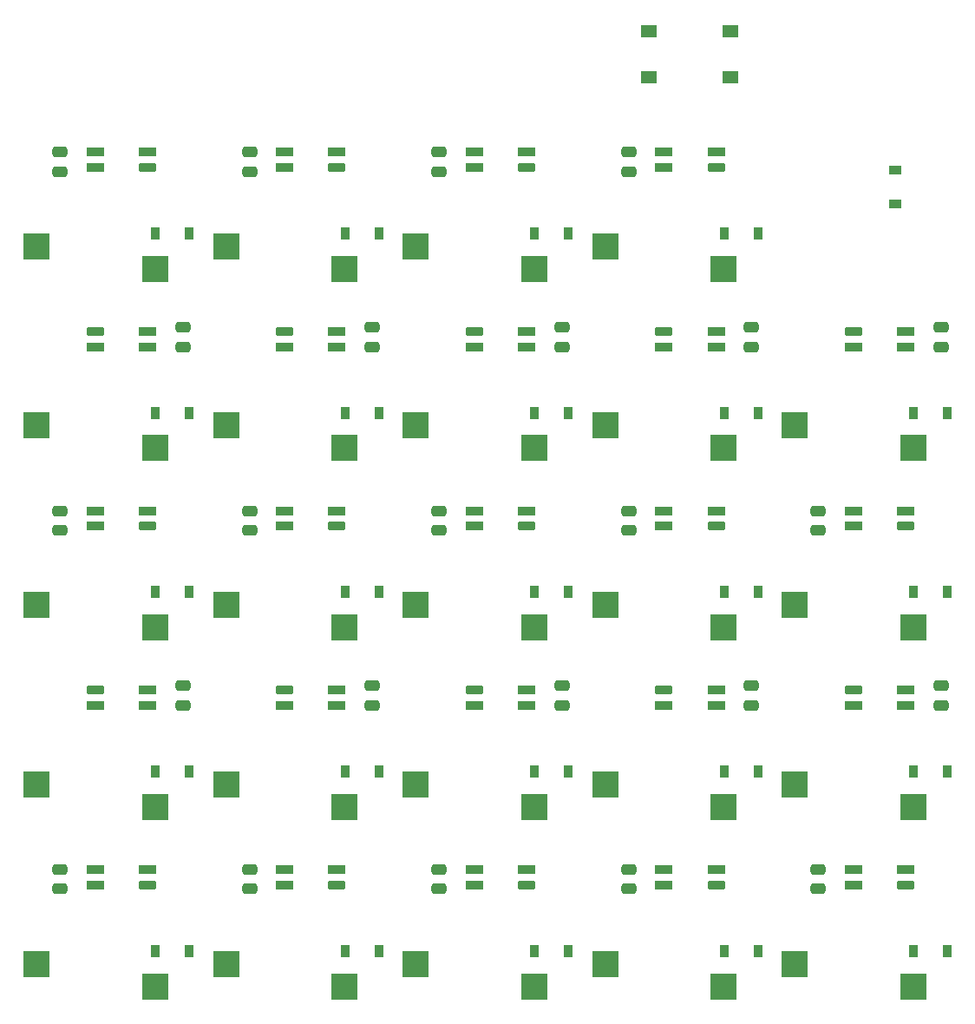
<source format=gbr>
%TF.GenerationSoftware,KiCad,Pcbnew,7.0.10*%
%TF.CreationDate,2024-03-08T11:43:42+01:00*%
%TF.ProjectId,eepypad,65657079-7061-4642-9e6b-696361645f70,1.0*%
%TF.SameCoordinates,Original*%
%TF.FileFunction,Paste,Bot*%
%TF.FilePolarity,Positive*%
%FSLAX46Y46*%
G04 Gerber Fmt 4.6, Leading zero omitted, Abs format (unit mm)*
G04 Created by KiCad (PCBNEW 7.0.10) date 2024-03-08 11:43:42*
%MOMM*%
%LPD*%
G01*
G04 APERTURE LIST*
G04 Aperture macros list*
%AMRoundRect*
0 Rectangle with rounded corners*
0 $1 Rounding radius*
0 $2 $3 $4 $5 $6 $7 $8 $9 X,Y pos of 4 corners*
0 Add a 4 corners polygon primitive as box body*
4,1,4,$2,$3,$4,$5,$6,$7,$8,$9,$2,$3,0*
0 Add four circle primitives for the rounded corners*
1,1,$1+$1,$2,$3*
1,1,$1+$1,$4,$5*
1,1,$1+$1,$6,$7*
1,1,$1+$1,$8,$9*
0 Add four rect primitives between the rounded corners*
20,1,$1+$1,$2,$3,$4,$5,0*
20,1,$1+$1,$4,$5,$6,$7,0*
20,1,$1+$1,$6,$7,$8,$9,0*
20,1,$1+$1,$8,$9,$2,$3,0*%
G04 Aperture macros list end*
%ADD10R,2.600000X2.600000*%
%ADD11R,1.700000X0.820000*%
%ADD12RoundRect,0.205000X-0.645000X-0.205000X0.645000X-0.205000X0.645000X0.205000X-0.645000X0.205000X0*%
%ADD13RoundRect,0.205000X0.645000X0.205000X-0.645000X0.205000X-0.645000X-0.205000X0.645000X-0.205000X0*%
%ADD14R,1.550000X1.300000*%
%ADD15RoundRect,0.250000X-0.475000X0.250000X-0.475000X-0.250000X0.475000X-0.250000X0.475000X0.250000X0*%
%ADD16RoundRect,0.250000X0.475000X-0.250000X0.475000X0.250000X-0.475000X0.250000X-0.475000X-0.250000X0*%
%ADD17R,0.900000X1.200000*%
%ADD18R,1.200000X0.900000*%
G04 APERTURE END LIST*
D10*
%TO.C,S16*%
X158775000Y-155950000D03*
X147225000Y-153750000D03*
%TD*%
D11*
%TO.C,LED9*%
X134450000Y-74550000D03*
X134450000Y-76050000D03*
D12*
X139550000Y-76050000D03*
D11*
X139550000Y-74550000D03*
%TD*%
D10*
%TO.C,S7*%
X121775000Y-138450000D03*
X110225000Y-136250000D03*
%TD*%
%TO.C,S5*%
X103275000Y-85950000D03*
X91725000Y-83750000D03*
%TD*%
D11*
%TO.C,LED18*%
X121050000Y-93550000D03*
X121050000Y-92050000D03*
D13*
X115950000Y-92050000D03*
D11*
X115950000Y-93550000D03*
%TD*%
%TO.C,LED12*%
X152950000Y-74550000D03*
X152950000Y-76050000D03*
D12*
X158050000Y-76050000D03*
D11*
X158050000Y-74550000D03*
%TD*%
%TO.C,LED16*%
X102550000Y-93550000D03*
X102550000Y-92050000D03*
D13*
X97450000Y-92050000D03*
D11*
X97450000Y-93550000D03*
%TD*%
%TO.C,LED5*%
X115950000Y-109550000D03*
X115950000Y-111050000D03*
D12*
X121050000Y-111050000D03*
D11*
X121050000Y-109550000D03*
%TD*%
%TO.C,LED4*%
X115950000Y-144550000D03*
X115950000Y-146050000D03*
D12*
X121050000Y-146050000D03*
D11*
X121050000Y-144550000D03*
%TD*%
%TO.C,LED2*%
X97450000Y-109550000D03*
X97450000Y-111050000D03*
D12*
X102550000Y-111050000D03*
D11*
X102550000Y-109550000D03*
%TD*%
D10*
%TO.C,S15*%
X140275000Y-85950000D03*
X128725000Y-83750000D03*
%TD*%
%TO.C,S1*%
X103275000Y-155950000D03*
X91725000Y-153750000D03*
%TD*%
D11*
%TO.C,LED17*%
X121050000Y-128550000D03*
X121050000Y-127050000D03*
D13*
X115950000Y-127050000D03*
D11*
X115950000Y-128550000D03*
%TD*%
%TO.C,LED23*%
X176550000Y-128550000D03*
X176550000Y-127050000D03*
D13*
X171450000Y-127050000D03*
D11*
X171450000Y-128550000D03*
%TD*%
D10*
%TO.C,S2*%
X103275000Y-138450000D03*
X91725000Y-136250000D03*
%TD*%
%TO.C,S9*%
X121775000Y-103450000D03*
X110225000Y-101250000D03*
%TD*%
%TO.C,S22*%
X177275000Y-138450000D03*
X165725000Y-136250000D03*
%TD*%
D11*
%TO.C,LED10*%
X152950000Y-144550000D03*
X152950000Y-146050000D03*
D12*
X158050000Y-146050000D03*
D11*
X158050000Y-144550000D03*
%TD*%
D10*
%TO.C,S21*%
X177275000Y-155950000D03*
X165725000Y-153750000D03*
%TD*%
%TO.C,S8*%
X121775000Y-120950000D03*
X110225000Y-118750000D03*
%TD*%
D11*
%TO.C,LED8*%
X134450000Y-109550000D03*
X134450000Y-111050000D03*
D12*
X139550000Y-111050000D03*
D11*
X139550000Y-109550000D03*
%TD*%
D10*
%TO.C,S24*%
X177275000Y-103450000D03*
X165725000Y-101250000D03*
%TD*%
D11*
%TO.C,LED1*%
X97450000Y-144550000D03*
X97450000Y-146050000D03*
D12*
X102550000Y-146050000D03*
D11*
X102550000Y-144550000D03*
%TD*%
%TO.C,LED3*%
X97450000Y-74550000D03*
X97450000Y-76050000D03*
D12*
X102550000Y-76050000D03*
D11*
X102550000Y-74550000D03*
%TD*%
D10*
%TO.C,S11*%
X140275000Y-155950000D03*
X128725000Y-153750000D03*
%TD*%
%TO.C,S13*%
X140275000Y-120950000D03*
X128725000Y-118750000D03*
%TD*%
D11*
%TO.C,LED15*%
X102550000Y-128550000D03*
X102550000Y-127050000D03*
D13*
X97450000Y-127050000D03*
D11*
X97450000Y-128550000D03*
%TD*%
D10*
%TO.C,S12*%
X140275000Y-138450000D03*
X128725000Y-136250000D03*
%TD*%
D11*
%TO.C,LED19*%
X139550000Y-128550000D03*
X139550000Y-127050000D03*
D13*
X134450000Y-127050000D03*
D11*
X134450000Y-128550000D03*
%TD*%
D10*
%TO.C,S10*%
X121775000Y-85950000D03*
X110225000Y-83750000D03*
%TD*%
D11*
%TO.C,LED24*%
X176550000Y-93550000D03*
X176550000Y-92050000D03*
D13*
X171450000Y-92050000D03*
D11*
X171450000Y-93550000D03*
%TD*%
%TO.C,LED22*%
X158050000Y-93550000D03*
X158050000Y-92050000D03*
D13*
X152950000Y-92050000D03*
D11*
X152950000Y-93550000D03*
%TD*%
%TO.C,LED11*%
X152950000Y-109550000D03*
X152950000Y-111050000D03*
D12*
X158050000Y-111050000D03*
D11*
X158050000Y-109550000D03*
%TD*%
D10*
%TO.C,S18*%
X158775000Y-120950000D03*
X147225000Y-118750000D03*
%TD*%
D14*
%TO.C,B1*%
X151525000Y-62750000D03*
X159475000Y-62750000D03*
X151525000Y-67250000D03*
X159475000Y-67250000D03*
%TD*%
D10*
%TO.C,S14*%
X140275000Y-103450000D03*
X128725000Y-101250000D03*
%TD*%
%TO.C,S19*%
X158775000Y-103450000D03*
X147225000Y-101250000D03*
%TD*%
D11*
%TO.C,LED7*%
X134450000Y-144550000D03*
X134450000Y-146050000D03*
D12*
X139550000Y-146050000D03*
D11*
X139550000Y-144550000D03*
%TD*%
%TO.C,LED20*%
X139550000Y-93550000D03*
X139550000Y-92050000D03*
D13*
X134450000Y-92050000D03*
D11*
X134450000Y-93550000D03*
%TD*%
%TO.C,LED14*%
X171450000Y-109550000D03*
X171450000Y-111050000D03*
D12*
X176550000Y-111050000D03*
D11*
X176550000Y-109550000D03*
%TD*%
%TO.C,LED13*%
X171450000Y-144550000D03*
X171450000Y-146050000D03*
D12*
X176550000Y-146050000D03*
D11*
X176550000Y-144550000D03*
%TD*%
D10*
%TO.C,S3*%
X103275000Y-120950000D03*
X91725000Y-118750000D03*
%TD*%
%TO.C,S23*%
X177275000Y-120950000D03*
X165725000Y-118750000D03*
%TD*%
D11*
%TO.C,LED6*%
X115950000Y-74550000D03*
X115950000Y-76050000D03*
D12*
X121050000Y-76050000D03*
D11*
X121050000Y-74550000D03*
%TD*%
D10*
%TO.C,S4*%
X103275000Y-103450000D03*
X91725000Y-101250000D03*
%TD*%
%TO.C,S6*%
X121775000Y-155950000D03*
X110225000Y-153750000D03*
%TD*%
%TO.C,S17*%
X158775000Y-138450000D03*
X147225000Y-136250000D03*
%TD*%
D11*
%TO.C,LED21*%
X158050000Y-128550000D03*
X158050000Y-127050000D03*
D13*
X152950000Y-127050000D03*
D11*
X152950000Y-128550000D03*
%TD*%
D10*
%TO.C,S20*%
X158775000Y-85950000D03*
X147225000Y-83750000D03*
%TD*%
D15*
%TO.C,C18*%
X124500000Y-91650000D03*
X124500000Y-93550000D03*
%TD*%
%TO.C,C22*%
X161500000Y-91650000D03*
X161500000Y-93550000D03*
%TD*%
D16*
%TO.C,C9*%
X131000000Y-76450000D03*
X131000000Y-74550000D03*
%TD*%
%TO.C,C10*%
X149500000Y-146450000D03*
X149500000Y-144550000D03*
%TD*%
D17*
%TO.C,D1*%
X106650000Y-152500000D03*
X103350000Y-152500000D03*
%TD*%
%TO.C,D20*%
X162150000Y-82500000D03*
X158850000Y-82500000D03*
%TD*%
D16*
%TO.C,C11*%
X149500000Y-111450000D03*
X149500000Y-109550000D03*
%TD*%
D15*
%TO.C,C15*%
X106000000Y-126650000D03*
X106000000Y-128550000D03*
%TD*%
D17*
%TO.C,D13*%
X143650000Y-117500000D03*
X140350000Y-117500000D03*
%TD*%
%TO.C,D6*%
X125150000Y-152500000D03*
X121850000Y-152500000D03*
%TD*%
%TO.C,D5*%
X106650000Y-82500000D03*
X103350000Y-82500000D03*
%TD*%
%TO.C,D15*%
X143650000Y-82500000D03*
X140350000Y-82500000D03*
%TD*%
%TO.C,D14*%
X143650000Y-100000000D03*
X140350000Y-100000000D03*
%TD*%
%TO.C,D23*%
X180650000Y-117500000D03*
X177350000Y-117500000D03*
%TD*%
D18*
%TO.C,D25*%
X175500000Y-79650000D03*
X175500000Y-76350000D03*
%TD*%
D16*
%TO.C,C13*%
X168000000Y-146450000D03*
X168000000Y-144550000D03*
%TD*%
D15*
%TO.C,C16*%
X106000000Y-91650000D03*
X106000000Y-93550000D03*
%TD*%
D16*
%TO.C,C1*%
X94000000Y-146450000D03*
X94000000Y-144550000D03*
%TD*%
%TO.C,C5*%
X112500000Y-111450000D03*
X112500000Y-109550000D03*
%TD*%
D17*
%TO.C,D10*%
X125150000Y-82500000D03*
X121850000Y-82500000D03*
%TD*%
%TO.C,D7*%
X125150000Y-135000000D03*
X121850000Y-135000000D03*
%TD*%
%TO.C,D22*%
X180650000Y-135000000D03*
X177350000Y-135000000D03*
%TD*%
%TO.C,D24*%
X180650000Y-100000000D03*
X177350000Y-100000000D03*
%TD*%
D16*
%TO.C,C8*%
X131000000Y-111450000D03*
X131000000Y-109550000D03*
%TD*%
%TO.C,C4*%
X112500000Y-146450000D03*
X112500000Y-144550000D03*
%TD*%
D15*
%TO.C,C21*%
X161500000Y-126650000D03*
X161500000Y-128550000D03*
%TD*%
%TO.C,C19*%
X143000000Y-126650000D03*
X143000000Y-128550000D03*
%TD*%
D17*
%TO.C,D11*%
X143650000Y-152500000D03*
X140350000Y-152500000D03*
%TD*%
%TO.C,D3*%
X106650000Y-117500000D03*
X103350000Y-117500000D03*
%TD*%
D15*
%TO.C,C17*%
X124500000Y-126650000D03*
X124500000Y-128550000D03*
%TD*%
D16*
%TO.C,C2*%
X94000000Y-111450000D03*
X94000000Y-109550000D03*
%TD*%
D17*
%TO.C,D16*%
X162150000Y-152500000D03*
X158850000Y-152500000D03*
%TD*%
D16*
%TO.C,C12*%
X149500000Y-76450000D03*
X149500000Y-74550000D03*
%TD*%
%TO.C,C3*%
X94000000Y-76450000D03*
X94000000Y-74550000D03*
%TD*%
D17*
%TO.C,D19*%
X162150000Y-100000000D03*
X158850000Y-100000000D03*
%TD*%
D15*
%TO.C,C24*%
X180000000Y-91650000D03*
X180000000Y-93550000D03*
%TD*%
D17*
%TO.C,D2*%
X106650000Y-135000000D03*
X103350000Y-135000000D03*
%TD*%
D16*
%TO.C,C14*%
X168000000Y-111450000D03*
X168000000Y-109550000D03*
%TD*%
%TO.C,C6*%
X112500000Y-76450000D03*
X112500000Y-74550000D03*
%TD*%
D15*
%TO.C,C20*%
X143000000Y-91650000D03*
X143000000Y-93550000D03*
%TD*%
D17*
%TO.C,D8*%
X125150000Y-117500000D03*
X121850000Y-117500000D03*
%TD*%
%TO.C,D12*%
X143650000Y-135000000D03*
X140350000Y-135000000D03*
%TD*%
%TO.C,D9*%
X125150000Y-100000000D03*
X121850000Y-100000000D03*
%TD*%
%TO.C,D21*%
X180650000Y-152500000D03*
X177350000Y-152500000D03*
%TD*%
D16*
%TO.C,C7*%
X131000000Y-146450000D03*
X131000000Y-144550000D03*
%TD*%
D17*
%TO.C,D4*%
X106650000Y-100000000D03*
X103350000Y-100000000D03*
%TD*%
%TO.C,D18*%
X162150000Y-117500000D03*
X158850000Y-117500000D03*
%TD*%
%TO.C,D17*%
X162150000Y-135000000D03*
X158850000Y-135000000D03*
%TD*%
D15*
%TO.C,C23*%
X180000000Y-126650000D03*
X180000000Y-128550000D03*
%TD*%
M02*

</source>
